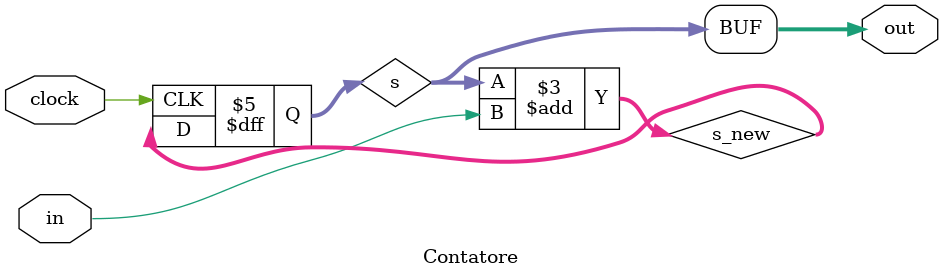
<source format=v>
module Contatore(output [N-1: 0]out, input in, input clock);
    parameter N = 2;

    reg [N-1:0]s;
    reg [N-1:0]s_new;

    initial
        begin
            s = 0; // stato iniziale
        end

        always @(posedge clock)
            s <= s_new;

        always @(s, in)
            s_new <= s + in; // attenzione qui si considerano s
                             // e in come interi e si fa la somma +

        assign
            out = s;
endmodule
</source>
